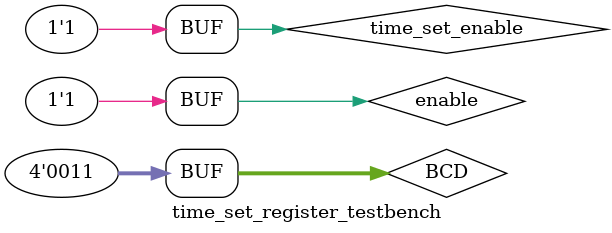
<source format=v>
`timescale 1ns / 1ps

module time_set_register_testbench;
   wire [17:0] settime_out;
   wire [2:0]  cnt;
   reg [3:0]   BCD=4'd0;
   reg 	       enable=0;
   reg 	       time_set_enable=0;


   time_set_register TSR1(settime_out, cnt, BCD, enable, time_set_enable);


   initial begin
      #500 time_set_enable = 1; BCD = 4'd1; enable = 1;
      #500 BCD = 4'd7;
      #500 BCD = 4'd5;
      #500 BCD = 4'd3;
      #500 BCD = 4'd2;
      #500 BCD = 4'd0;
      #500;
      
      #500 BCD = 4'd4;
      #500 BCD = 4'd7;
      #500 BCD = 4'd5;
      #500 BCD = 4'd3;
      #500 BCD = 4'd1;
      #500 BCD = 4'd6;
      #500 BCD = 4'd3;
      
      
      
      
      
   end
   
endmodule

</source>
